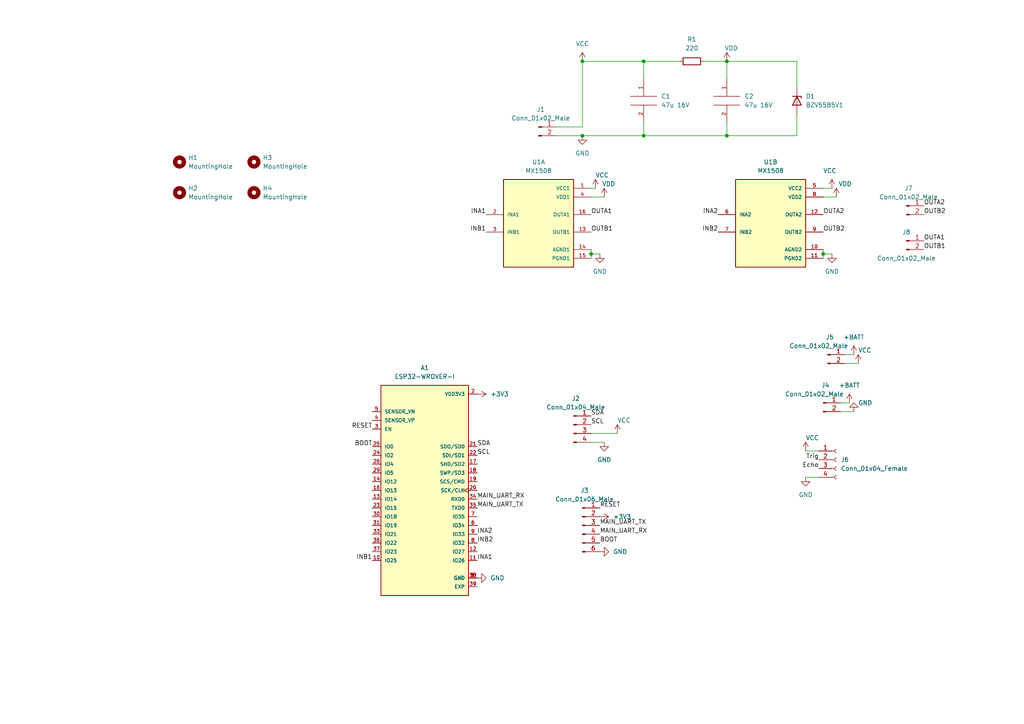
<source format=kicad_sch>
(kicad_sch (version 20211123) (generator eeschema)
  (paper "A4")
  (lib_symbols
    (symbol "Connector:Conn_01x02_Male" (pin_names (offset 1.016) hide)
      (property "Reference" "J" (at 0 2.54 0))
      (property "Value" "Conn_01x02_Male" (at 0 -5.08 0))
      (symbol "Conn_01x02_Male_1_1"
        (polyline (pts (xy 1.27 -2.54) (xy 0.8636 -2.54)) (stroke (width 0.1524)))
        (polyline (pts (xy 1.27 0) (xy 0.8636 0)) (stroke (width 0.1524)))
        (rectangle (start 0.8636 -2.413) (end 0 -2.667) (stroke (width 0.1524)) (fill (type outline)))
        (rectangle (start 0.8636 0.127) (end 0 -0.127) (stroke (width 0.1524)) (fill (type outline)))
        (pin passive line (at 5.08 0 180) (length 3.81) (name "Pin_1") (number "1"))
        (pin passive line (at 5.08 -2.54 180) (length 3.81) (name "Pin_2") (number "2"))
      )
    )
    (symbol "Connector:Conn_01x04_Female" (pin_names (offset 1.016) hide)
      (property "Reference" "J" (at 0 5.08 0))
      (property "Value" "Conn_01x04_Female" (at 0 -7.62 0))
      (symbol "Conn_01x04_Female_1_1"
        (arc (start 0 -4.572) (mid -0.508 -5.08) (end 0 -5.588) (stroke (width 0.1524)))
        (arc (start 0 -2.032) (mid -0.508 -2.54) (end 0 -3.048) (stroke (width 0.1524)))
        (polyline (pts (xy -1.27 -5.08) (xy -0.508 -5.08)) (stroke (width 0.1524)))
        (polyline (pts (xy -1.27 -2.54) (xy -0.508 -2.54)) (stroke (width 0.1524)))
        (polyline (pts (xy -1.27 0) (xy -0.508 0)) (stroke (width 0.1524)))
        (polyline (pts (xy -1.27 2.54) (xy -0.508 2.54)) (stroke (width 0.1524)))
        (arc (start 0 0.508) (mid -0.508 0) (end 0 -0.508) (stroke (width 0.1524)))
        (arc (start 0 3.048) (mid -0.508 2.54) (end 0 2.032) (stroke (width 0.1524)))
        (pin passive line (at -5.08 2.54 0) (length 3.81) (name "Pin_1") (number "1"))
        (pin passive line (at -5.08 0 0) (length 3.81) (name "Pin_2") (number "2"))
        (pin passive line (at -5.08 -2.54 0) (length 3.81) (name "Pin_3") (number "3"))
        (pin passive line (at -5.08 -5.08 0) (length 3.81) (name "Pin_4") (number "4"))
      )
    )
    (symbol "Connector:Conn_01x04_Male" (pin_names (offset 1.016) hide)
      (property "Reference" "J" (at 0 5.08 0))
      (property "Value" "Conn_01x04_Male" (at 0 -7.62 0))
      (symbol "Conn_01x04_Male_1_1"
        (polyline (pts (xy 1.27 -5.08) (xy 0.8636 -5.08)) (stroke (width 0.1524)))
        (polyline (pts (xy 1.27 -2.54) (xy 0.8636 -2.54)) (stroke (width 0.1524)))
        (polyline (pts (xy 1.27 0) (xy 0.8636 0)) (stroke (width 0.1524)))
        (polyline (pts (xy 1.27 2.54) (xy 0.8636 2.54)) (stroke (width 0.1524)))
        (rectangle (start 0.8636 -4.953) (end 0 -5.207) (stroke (width 0.1524)) (fill (type outline)))
        (rectangle (start 0.8636 -2.413) (end 0 -2.667) (stroke (width 0.1524)) (fill (type outline)))
        (rectangle (start 0.8636 0.127) (end 0 -0.127) (stroke (width 0.1524)) (fill (type outline)))
        (rectangle (start 0.8636 2.667) (end 0 2.413) (stroke (width 0.1524)) (fill (type outline)))
        (pin passive line (at 5.08 2.54 180) (length 3.81) (name "Pin_1") (number "1"))
        (pin passive line (at 5.08 0 180) (length 3.81) (name "Pin_2") (number "2"))
        (pin passive line (at 5.08 -2.54 180) (length 3.81) (name "Pin_3") (number "3"))
        (pin passive line (at 5.08 -5.08 180) (length 3.81) (name "Pin_4") (number "4"))
      )
    )
    (symbol "Connector:Conn_01x06_Male" (pin_names (offset 1.016) hide)
      (property "Reference" "J" (at 0 7.62 0))
      (property "Value" "Conn_01x06_Male" (at 0 -10.16 0))
      (symbol "Conn_01x06_Male_1_1"
        (polyline (pts (xy 1.27 -7.62) (xy 0.8636 -7.62)) (stroke (width 0.1524)))
        (polyline (pts (xy 1.27 -5.08) (xy 0.8636 -5.08)) (stroke (width 0.1524)))
        (polyline (pts (xy 1.27 -2.54) (xy 0.8636 -2.54)) (stroke (width 0.1524)))
        (polyline (pts (xy 1.27 0) (xy 0.8636 0)) (stroke (width 0.1524)))
        (polyline (pts (xy 1.27 2.54) (xy 0.8636 2.54)) (stroke (width 0.1524)))
        (polyline (pts (xy 1.27 5.08) (xy 0.8636 5.08)) (stroke (width 0.1524)))
        (rectangle (start 0.8636 -7.493) (end 0 -7.747) (stroke (width 0.1524)) (fill (type outline)))
        (rectangle (start 0.8636 -4.953) (end 0 -5.207) (stroke (width 0.1524)) (fill (type outline)))
        (rectangle (start 0.8636 -2.413) (end 0 -2.667) (stroke (width 0.1524)) (fill (type outline)))
        (rectangle (start 0.8636 0.127) (end 0 -0.127) (stroke (width 0.1524)) (fill (type outline)))
        (rectangle (start 0.8636 2.667) (end 0 2.413) (stroke (width 0.1524)) (fill (type outline)))
        (rectangle (start 0.8636 5.207) (end 0 4.953) (stroke (width 0.1524)) (fill (type outline)))
        (pin passive line (at 5.08 5.08 180) (length 3.81) (name "Pin_1") (number "1"))
        (pin passive line (at 5.08 2.54 180) (length 3.81) (name "Pin_2") (number "2"))
        (pin passive line (at 5.08 0 180) (length 3.81) (name "Pin_3") (number "3"))
        (pin passive line (at 5.08 -2.54 180) (length 3.81) (name "Pin_4") (number "4"))
        (pin passive line (at 5.08 -5.08 180) (length 3.81) (name "Pin_5") (number "5"))
        (pin passive line (at 5.08 -7.62 180) (length 3.81) (name "Pin_6") (number "6"))
      )
    )
    (symbol "Device:R" (pin_numbers hide) (pin_names (offset 0))
      (property "Reference" "R" (at 2.032 0 90))
      (property "Value" "R" (at 0 0 90))
      (symbol "R_0_1"
        (rectangle (start -1.016 -2.54) (end 1.016 2.54) (stroke (width 0.254)))
      )
      (symbol "R_1_1"
        (pin passive line (at 0 3.81 270) (length 1.27) (name "~") (number "1"))
        (pin passive line (at 0 -3.81 90) (length 1.27) (name "~") (number "2"))
      )
    )
    (symbol "Diode:BZV55B5V1" (pin_numbers hide) (pin_names (offset 1.016) hide)
      (property "Reference" "D" (at 0 2.54 0))
      (property "Value" "BZV55B5V1" (at 0 -2.54 0))
      (symbol "BZV55B5V1_0_1"
        (polyline (pts (xy 1.27 0) (xy -1.27 0)))
        (polyline (pts (xy -1.27 -1.27) (xy -1.27 1.27) (xy -0.762 1.27)) (stroke (width 0.254)))
        (polyline (pts (xy 1.27 -1.27) (xy 1.27 1.27) (xy -1.27 0) (xy 1.27 -1.27)) (stroke (width 0.254)))
      )
      (symbol "BZV55B5V1_1_1"
        (pin passive line (at -3.81 0 0) (length 2.54) (name "K") (number "1"))
        (pin passive line (at 3.81 0 180) (length 2.54) (name "A") (number "2"))
      )
    )
    (symbol "Mechanical:MountingHole" (pin_names (offset 1.016))
      (property "Reference" "H" (at 0 5.08 0))
      (property "Value" "MountingHole" (at 0 3.175 0))
      (symbol "MountingHole_0_1"
        (circle (center 0 0) (radius 1.27) (stroke (width 1.27)))
      )
    )
    (symbol "cube_robot:ESP32-WROVER-I" (pin_names (offset 1.016))
      (property "Reference" "A" (at -12.7254 30.5562 0))
      (property "Value" "ESP32-WROVER-I" (at -12.7254 -33.1216 0))
      (symbol "ESP32-WROVER-I_0_0"
        (rectangle (start -12.7 -30.48) (end 12.7 30.48) (stroke (width 0.254)) (fill (type background)))
        (pin power_in line (at 15.24 -25.4 180) (length 2.54) (name "GND") (number "1"))
        (pin bidirectional line (at -15.24 -20.32 0) (length 2.54) (name "IO25") (number "10"))
        (pin bidirectional line (at 15.24 -20.32 180) (length 2.54) (name "IO26") (number "11"))
        (pin bidirectional line (at 15.24 -17.78 180) (length 2.54) (name "IO27") (number "12"))
        (pin bidirectional line (at -15.24 -2.54 0) (length 2.54) (name "IO14") (number "13"))
        (pin bidirectional line (at -15.24 2.54 0) (length 2.54) (name "IO12") (number "14"))
        (pin power_in line (at 15.24 -25.4 180) (length 2.54) (name "GND") (number "15"))
        (pin bidirectional line (at -15.24 0 0) (length 2.54) (name "IO13") (number "16"))
        (pin bidirectional line (at 15.24 7.62 180) (length 2.54) (name "SHD/SD2") (number "17"))
        (pin bidirectional line (at 15.24 5.08 180) (length 2.54) (name "SWP/SD3") (number "18"))
        (pin bidirectional line (at 15.24 2.54 180) (length 2.54) (name "SCS/CMD") (number "19"))
        (pin power_in line (at 15.24 27.94 180) (length 2.54) (name "VDD3V3") (number "2"))
        (pin bidirectional clock (at 15.24 0 180) (length 2.54) (name "SCK/CLK") (number "20"))
        (pin bidirectional line (at 15.24 12.7 180) (length 2.54) (name "SDO/SD0") (number "21"))
        (pin bidirectional line (at 15.24 10.16 180) (length 2.54) (name "SDI/SD1") (number "22"))
        (pin bidirectional line (at -15.24 -5.08 0) (length 2.54) (name "IO15") (number "23"))
        (pin bidirectional line (at -15.24 10.16 0) (length 2.54) (name "IO2") (number "24"))
        (pin bidirectional line (at -15.24 12.7 0) (length 2.54) (name "IO0") (number "25"))
        (pin bidirectional line (at -15.24 7.62 0) (length 2.54) (name "IO4") (number "26"))
        (pin bidirectional line (at -15.24 5.08 0) (length 2.54) (name "IO5") (number "29"))
        (pin input line (at -15.24 17.78 0) (length 2.54) (name "EN") (number "3"))
        (pin bidirectional line (at -15.24 -7.62 0) (length 2.54) (name "IO18") (number "30"))
        (pin bidirectional line (at -15.24 -10.16 0) (length 2.54) (name "IO19") (number "31"))
        (pin bidirectional line (at -15.24 -12.7 0) (length 2.54) (name "IO21") (number "33"))
        (pin bidirectional line (at 15.24 -2.54 180) (length 2.54) (name "RXD0") (number "34"))
        (pin bidirectional line (at 15.24 -5.08 180) (length 2.54) (name "TXD0") (number "35"))
        (pin bidirectional line (at -15.24 -15.24 0) (length 2.54) (name "IO22") (number "36"))
        (pin bidirectional line (at -15.24 -17.78 0) (length 2.54) (name "IO23") (number "37"))
        (pin power_in line (at 15.24 -25.4 180) (length 2.54) (name "GND") (number "38"))
        (pin power_in line (at 15.24 -27.94 180) (length 2.54) (name "EXP") (number "39"))
        (pin input line (at -15.24 20.32 0) (length 2.54) (name "SENSOR_VP") (number "4"))
        (pin input line (at -15.24 22.86 0) (length 2.54) (name "SENSOR_VN") (number "5"))
        (pin input line (at 15.24 -10.16 180) (length 2.54) (name "IO34") (number "6"))
        (pin input line (at 15.24 -7.62 180) (length 2.54) (name "IO35") (number "7"))
        (pin bidirectional line (at 15.24 -15.24 180) (length 2.54) (name "IO32") (number "8"))
        (pin bidirectional line (at 15.24 -12.7 180) (length 2.54) (name "IO33") (number "9"))
      )
    )
    (symbol "cube_robot:MX1508" (pin_names (offset 1.016))
      (property "Reference" "U" (at -10.16 15.24 0))
      (property "Value" "MX1508" (at -10.16 -15.24 0))
      (symbol "MX1508_1_0"
        (rectangle (start -10.16 -12.7) (end 10.16 12.7) (stroke (width 0.254)) (fill (type background)))
        (pin power_in line (at 15.24 10.16 180) (length 5.08) (name "VCC1") (number "1"))
        (pin output line (at 15.24 -2.54 180) (length 5.08) (name "OUTB1") (number "13"))
        (pin power_in line (at 15.24 -7.62 180) (length 5.08) (name "AGND1") (number "14"))
        (pin power_in line (at 15.24 -10.16 180) (length 5.08) (name "PGND1") (number "15"))
        (pin output line (at 15.24 2.54 180) (length 5.08) (name "OUTA1") (number "16"))
        (pin input line (at -15.24 2.54 0) (length 5.08) (name "INA1") (number "2"))
        (pin input line (at -15.24 -2.54 0) (length 5.08) (name "INB1") (number "3"))
        (pin power_in line (at 15.24 7.62 180) (length 5.08) (name "VDD1") (number "4"))
      )
      (symbol "MX1508_2_0"
        (rectangle (start -10.16 -12.7) (end 10.16 12.7) (stroke (width 0.254)) (fill (type background)))
        (pin power_in line (at 15.24 -7.62 180) (length 5.08) (name "AGND2") (number "10"))
        (pin power_in line (at 15.24 -10.16 180) (length 5.08) (name "PGND2") (number "11"))
        (pin output line (at 15.24 2.54 180) (length 5.08) (name "OUTA2") (number "12"))
        (pin power_in line (at 15.24 10.16 180) (length 5.08) (name "VCC2") (number "5"))
        (pin input line (at -15.24 2.54 0) (length 5.08) (name "INA2") (number "6"))
        (pin input line (at -15.24 -2.54 0) (length 5.08) (name "INB2") (number "7"))
        (pin power_in line (at 15.24 7.62 180) (length 5.08) (name "VDD2") (number "8"))
        (pin output line (at 15.24 -2.54 180) (length 5.08) (name "OUTB2") (number "9"))
      )
    )
    (symbol "power:+3V3" (power) (pin_names (offset 0))
      (property "Value" "+3V3" (at 0 3.556 0))
      (symbol "+3V3_0_1"
        (polyline (pts (xy -0.762 1.27) (xy 0 2.54)))
        (polyline (pts (xy 0 0) (xy 0 2.54)))
        (polyline (pts (xy 0 2.54) (xy 0.762 1.27)))
      )
      (symbol "+3V3_1_1"
        (pin power_in line (at 0 0 90) (length 0) hide (name "+3V3") (number "1"))
      )
    )
    (symbol "power:+BATT" (power) (pin_names (offset 0))
      (property "Value" "+BATT" (at 0 3.556 0))
      (symbol "+BATT_0_1"
        (polyline (pts (xy -0.762 1.27) (xy 0 2.54)))
        (polyline (pts (xy 0 0) (xy 0 2.54)))
        (polyline (pts (xy 0 2.54) (xy 0.762 1.27)))
      )
      (symbol "+BATT_1_1"
        (pin power_in line (at 0 0 90) (length 0) hide (name "+BATT") (number "1"))
      )
    )
    (symbol "power:GND" (power) (pin_names (offset 0))
      (property "Value" "GND" (at 0 -3.81 0))
      (symbol "GND_0_1"
        (polyline (pts (xy 0 0) (xy 0 -1.27) (xy 1.27 -1.27) (xy 0 -2.54) (xy -1.27 -1.27) (xy 0 -1.27)))
      )
      (symbol "GND_1_1"
        (pin power_in line (at 0 0 270) (length 0) hide (name "GND") (number "1"))
      )
    )
    (symbol "power:VCC" (power) (pin_names (offset 0))
      (property "Value" "VCC" (at 0 3.81 0))
      (symbol "VCC_0_1"
        (polyline (pts (xy -0.762 1.27) (xy 0 2.54)))
        (polyline (pts (xy 0 0) (xy 0 2.54)))
        (polyline (pts (xy 0 2.54) (xy 0.762 1.27)))
      )
      (symbol "VCC_1_1"
        (pin power_in line (at 0 0 90) (length 0) hide (name "VCC") (number "1"))
      )
    )
    (symbol "power:VDD" (power) (pin_names (offset 0))
      (property "Value" "VDD" (at 0 3.81 0))
      (symbol "VDD_0_1"
        (polyline (pts (xy -0.762 1.27) (xy 0 2.54)))
        (polyline (pts (xy 0 0) (xy 0 2.54)))
        (polyline (pts (xy 0 2.54) (xy 0.762 1.27)))
      )
      (symbol "VDD_1_1"
        (pin power_in line (at 0 0 90) (length 0) hide (name "VDD") (number "1"))
      )
    )
    (symbol "pspice:CAP" (pin_names (offset 0.254))
      (property "Reference" "C" (at 2.54 3.81 90))
      (property "Value" "CAP" (at 2.54 -3.81 90))
      (symbol "CAP_0_1"
        (polyline (pts (xy -3.81 -1.27) (xy 3.81 -1.27)))
        (polyline (pts (xy -3.81 1.27) (xy 3.81 1.27)))
      )
      (symbol "CAP_1_1"
        (pin passive line (at 0 6.35 270) (length 5.08) (name "~") (number "1"))
        (pin passive line (at 0 -6.35 90) (length 5.08) (name "~") (number "2"))
      )
    )
  )
  (junction (at 171.45 73.66))
  (junction (at 168.91 17.78))
  (junction (at 186.69 39.37))
  (junction (at 210.82 17.78))
  (junction (at 168.91 39.37))
  (junction (at 186.69 17.78))
  (junction (at 210.82 39.37))
  (junction (at 238.76 73.66))
  (wire (pts (xy 168.91 17.78) (xy 168.91 36.83)))
  (wire (pts (xy 238.76 73.66) (xy 241.3 73.66)))
  (wire (pts (xy 161.29 39.37) (xy 168.91 39.37)))
  (wire (pts (xy 171.45 73.66) (xy 171.45 74.93)))
  (wire (pts (xy 175.26 128.27) (xy 171.45 128.27)))
  (wire (pts (xy 242.57 57.15) (xy 238.76 57.15)))
  (wire (pts (xy 247.65 119.38) (xy 243.84 119.38)))
  (wire (pts (xy 168.91 36.83) (xy 161.29 36.83)))
  (wire (pts (xy 179.07 125.73) (xy 171.45 125.73)))
  (wire (pts (xy 171.45 73.66) (xy 173.99 73.66)))
  (wire (pts (xy 204.47 17.78) (xy 210.82 17.78)))
  (wire (pts (xy 238.76 72.39) (xy 238.76 73.66)))
  (wire (pts (xy 186.69 22.86) (xy 186.69 17.78)))
  (wire (pts (xy 186.69 35.56) (xy 186.69 39.37)))
  (wire (pts (xy 233.68 138.43) (xy 237.49 138.43)))
  (wire (pts (xy 247.65 102.87) (xy 245.11 102.87)))
  (wire (pts (xy 231.14 33.02) (xy 231.14 39.37)))
  (wire (pts (xy 233.68 130.81) (xy 237.49 130.81)))
  (wire (pts (xy 231.14 17.78) (xy 231.14 25.4)))
  (wire (pts (xy 246.38 116.84) (xy 243.84 116.84)))
  (wire (pts (xy 186.69 39.37) (xy 210.82 39.37)))
  (wire (pts (xy 241.3 54.61) (xy 238.76 54.61)))
  (wire (pts (xy 210.82 39.37) (xy 210.82 35.56)))
  (wire (pts (xy 168.91 39.37) (xy 186.69 39.37)))
  (wire (pts (xy 171.45 72.39) (xy 171.45 73.66)))
  (wire (pts (xy 210.82 17.78) (xy 231.14 17.78)))
  (wire (pts (xy 210.82 17.78) (xy 210.82 22.86)))
  (wire (pts (xy 238.76 73.66) (xy 238.76 74.93)))
  (wire (pts (xy 172.72 54.61) (xy 171.45 54.61)))
  (wire (pts (xy 171.45 57.15) (xy 175.26 57.15)))
  (wire (pts (xy 248.92 105.41) (xy 245.11 105.41)))
  (wire (pts (xy 231.14 39.37) (xy 210.82 39.37)))
  (wire (pts (xy 186.69 17.78) (xy 168.91 17.78)))
  (wire (pts (xy 186.69 17.78) (xy 196.85 17.78)))
  (label "BOOT" (at 107.95 129.54 180))
  (label "OUTB2" (at 238.76 67.31 0))
  (label "RESET" (at 107.95 124.46 180))
  (label "INA1" (at 140.97 62.23 180))
  (label "OUTA2" (at 238.76 62.23 0))
  (label "INA1" (at 138.43 162.56 0))
  (label "BOOT" (at 173.99 157.48 0))
  (label "OUTA2" (at 267.97 59.69 0))
  (label "OUTA1" (at 267.97 69.85 0))
  (label "MAIN_UART_RX" (at 138.43 144.78 0))
  (label "OUTB1" (at 267.97 72.39 0))
  (label "INA2" (at 208.28 62.23 180))
  (label "INA2" (at 138.43 154.94 0))
  (label "INB1" (at 140.97 67.31 180))
  (label "OUTB1" (at 171.45 67.31 0))
  (label "INB2" (at 208.28 67.31 180))
  (label "SDA" (at 171.45 120.65 0))
  (label "INB1" (at 107.95 162.56 180))
  (label "SDA" (at 138.43 129.54 0))
  (label "MAIN_UART_TX" (at 138.43 147.32 0))
  (label "Echo" (at 237.49 135.89 180))
  (label "SCL" (at 171.45 123.19 0))
  (label "OUTA1" (at 171.45 62.23 0))
  (label "INB2" (at 138.43 157.48 0))
  (label "MAIN_UART_RX" (at 173.99 154.94 0))
  (label "OUTB2" (at 267.97 62.23 0))
  (label "Trig" (at 237.49 133.35 180))
  (label "MAIN_UART_TX" (at 173.99 152.4 0))
  (label "RESET" (at 173.99 147.32 0))
  (label "SCL" (at 138.43 132.08 0))
  (symbol (lib_id "cube_robot:MX1508") (at 223.52 64.77 0) (unit 2)
    (property "Reference" "U1" (at 223.52 46.99 0))
    (property "Value" "MX1508" (at 223.52 49.53 0))
    (property "Footprint" "cube_robot:SOIC127P600X177-16N" (effects hide))
    (property "MANUFACTURER" "Shenzhen Guanghui Electronics" (effects hide))
    (property "MAXIMUM_PACKAGE_HEIGHT" "1.77mm" (effects hide))
    (property "STANDARD" "IPC-7351B" (effects hide))
  )
  (symbol (lib_id "Mechanical:MountingHole") (at 52.07 46.99 0) (unit 1)
    (property "Reference" "H1" (at 54.61 45.7199 0) (effects (justify left)))
    (property "Value" "MountingHole" (at 54.61 48.2599 0) (effects (justify left)))
    (property "Footprint" "MountingHole:MountingHole_2.2mm_M2_Pad_Via" (effects hide))
  )
  (symbol (lib_id "Diode:BZV55B5V1") (at 231.14 29.21 270) (unit 1)
    (property "Reference" "D1" (at 233.68 27.9399 90) (effects (justify left)))
    (property "Value" "BZV55B5V1" (at 233.68 30.4799 90) (effects (justify left)))
    (property "Footprint" "Diode_SMD:D_1206_3216Metric_Pad1.42x1.75mm_HandSolder" (effects hide))
    (property "Datasheet" "https://assets.nexperia.com/documents/data-sheet/BZV55_SER.pdf" (effects hide))
  )
  (symbol (lib_id "cube_robot:ESP32-WROVER-I") (at 123.19 142.24 0) (unit 1)
    (property "Reference" "A1" (at 123.19 106.68 0))
    (property "Value" "ESP32-WROVER-I" (at 123.19 109.22 0))
    (property "Footprint" "cube_robot:XCVR_ESP32-WROVER" (effects hide))
    (property "MP" "ESP32-WROVER-I" (effects hide))
    (property "PACKAGE" "Module Espressif Systems" (effects hide))
    (property "DIGI-KEY_PURCHASE_URL" "https://www.digikey.com/product-detail/en/espressif-systems/ESP32-WROVER-I/1904-1008-1-ND/8544303?utm_source=snapeda&utm_medium=aggregator&utm_campaign=symbol" (effects hide))
    (property "DESCRIPTION" "Module: combo; GPIO, I2C x2, I2S x2, SDIO, SPI x3, UART x3; U.FL" (effects hide))
    (property "DIGI-KEY_PART_NUMBER" "1904-1008-1-ND" (effects hide))
    (property "MF" "Espressif Systems" (effects hide))
  )
  (symbol (lib_id "Device:R") (at 200.66 17.78 90) (unit 1)
    (property "Reference" "R1" (at 200.66 11.43 90))
    (property "Value" "220" (at 200.66 13.97 90))
    (property "Footprint" "Resistor_SMD:R_0603_1608Metric_Pad0.98x0.95mm_HandSolder" (effects hide))
  )
  (symbol (lib_id "power:GND") (at 138.43 167.64 90) (unit 1)
    (property "Reference" "#PWR0116" (effects hide))
    (property "Value" "GND" (at 142.24 167.6399 90) (effects (justify right)))
  )
  (symbol (lib_id "Connector:Conn_01x02_Male") (at 156.21 36.83 0) (unit 1)
    (property "Reference" "J1" (at 156.845 31.75 0))
    (property "Value" "Conn_01x02_Male" (at 156.845 34.29 0))
    (property "Footprint" "Connector_PinHeader_2.54mm:PinHeader_1x02_P2.54mm_Vertical" (effects hide))
  )
  (symbol (lib_id "Connector:Conn_01x04_Male") (at 166.37 123.19 0) (unit 1)
    (property "Reference" "J2" (at 167.005 115.57 0))
    (property "Value" "Conn_01x04_Male" (at 167.005 118.11 0))
    (property "Footprint" "Connector_PinHeader_2.54mm:PinHeader_1x04_P2.54mm_Vertical" (effects hide))
  )
  (symbol (lib_id "power:VDD") (at 210.82 17.78 0) (unit 1)
    (property "Reference" "#PWR0115" (effects hide))
    (property "Value" "VDD" (at 212.09 13.97 0))
  )
  (symbol (lib_id "power:GND") (at 241.3 73.66 0) (unit 1)
    (property "Reference" "#PWR0101" (effects hide))
    (property "Value" "GND" (at 241.3 78.74 0))
  )
  (symbol (lib_id "Mechanical:MountingHole") (at 73.66 46.99 0) (unit 1)
    (property "Reference" "H3" (at 76.2 45.7199 0) (effects (justify left)))
    (property "Value" "MountingHole" (at 76.2 48.2599 0) (effects (justify left)))
    (property "Footprint" "MountingHole:MountingHole_2.2mm_M2_Pad_Via" (effects hide))
  )
  (symbol (lib_id "Mechanical:MountingHole") (at 73.66 55.88 0) (unit 1)
    (property "Reference" "H4" (at 76.2 54.6099 0) (effects (justify left)))
    (property "Value" "MountingHole" (at 76.2 57.1499 0) (effects (justify left)))
    (property "Footprint" "MountingHole:MountingHole_2.2mm_M2_Pad_Via" (effects hide))
  )
  (symbol (lib_id "Connector:Conn_01x02_Male") (at 240.03 102.87 0) (unit 1)
    (property "Reference" "J5" (at 240.665 97.79 0))
    (property "Value" "Conn_01x02_Male" (at 237.49 100.33 0))
    (property "Footprint" "Connector_PinHeader_2.54mm:PinHeader_1x02_P2.54mm_Vertical" (effects hide))
  )
  (symbol (lib_id "Connector:Conn_01x02_Male") (at 238.76 116.84 0) (unit 1)
    (property "Reference" "J4" (at 239.395 111.76 0))
    (property "Value" "Conn_01x02_Male" (at 236.22 114.3 0))
    (property "Footprint" "Connector_PinHeader_2.54mm:PinHeader_1x02_P2.54mm_Vertical" (effects hide))
  )
  (symbol (lib_id "power:VCC") (at 241.3 54.61 0) (unit 1)
    (property "Reference" "#PWR0105" (effects hide))
    (property "Value" "VCC" (at 238.76 49.53 0) (effects (justify left)))
  )
  (symbol (lib_id "power:GND") (at 175.26 128.27 0) (unit 1)
    (property "Reference" "#PWR0118" (effects hide))
    (property "Value" "GND" (at 175.26 133.35 0))
  )
  (symbol (lib_id "Connector:Conn_01x02_Male") (at 262.89 59.69 0) (unit 1)
    (property "Reference" "J7" (at 263.525 54.61 0))
    (property "Value" "Conn_01x02_Male" (at 263.525 57.15 0))
    (property "Footprint" "Connector_PinHeader_2.54mm:PinHeader_1x02_P2.54mm_Vertical" (effects hide))
  )
  (symbol (lib_id "Connector:Conn_01x04_Female") (at 242.57 133.35 0) (unit 1)
    (property "Reference" "J6" (at 243.84 133.3499 0) (effects (justify left)))
    (property "Value" "Conn_01x04_Female" (at 243.84 135.8899 0) (effects (justify left)))
    (property "Footprint" "Connector_PinHeader_2.54mm:PinHeader_1x04_P2.54mm_Vertical" (effects hide))
  )
  (symbol (lib_id "power:VCC") (at 248.92 105.41 0) (unit 1)
    (property "Reference" "#PWR0102" (effects hide))
    (property "Value" "VCC" (at 248.9199 101.6 0) (effects (justify left)))
  )
  (symbol (lib_id "power:VDD") (at 175.26 57.15 0) (unit 1)
    (property "Reference" "#PWR0112" (effects hide))
    (property "Value" "VDD" (at 176.53 53.34 0))
  )
  (symbol (lib_id "power:GND") (at 168.91 39.37 0) (unit 1)
    (property "Reference" "#PWR0110" (effects hide))
    (property "Value" "GND" (at 168.91 44.45 0))
  )
  (symbol (lib_id "power:GND") (at 247.65 119.38 180) (unit 1)
    (property "Reference" "#PWR0108" (effects hide))
    (property "Value" "GND" (at 248.92 116.84 0) (effects (justify right)))
  )
  (symbol (lib_id "power:VCC") (at 179.07 125.73 0) (unit 1)
    (property "Reference" "#PWR0119" (effects hide))
    (property "Value" "VCC" (at 179.0699 121.92 0) (effects (justify left)))
  )
  (symbol (lib_id "power:VCC") (at 233.68 130.81 0) (unit 1)
    (property "Reference" "#PWR0107" (effects hide))
    (property "Value" "VCC" (at 233.6799 127 0) (effects (justify left)))
  )
  (symbol (lib_id "power:GND") (at 173.99 160.02 90) (unit 1)
    (property "Reference" "#PWR0121" (effects hide))
    (property "Value" "GND" (at 177.8 160.0199 90) (effects (justify right)))
  )
  (symbol (lib_id "cube_robot:MX1508") (at 156.21 64.77 0) (unit 1)
    (property "Reference" "U1" (at 156.21 46.99 0))
    (property "Value" "MX1508" (at 156.21 49.53 0))
    (property "Footprint" "cube_robot:SOIC127P600X177-16N" (effects hide))
    (property "MANUFACTURER" "Shenzhen Guanghui Electronics" (effects hide))
    (property "MAXIMUM_PACKAGE_HEIGHT" "1.77mm" (effects hide))
    (property "STANDARD" "IPC-7351B" (effects hide))
  )
  (symbol (lib_id "power:VCC") (at 172.72 54.61 0) (unit 1)
    (property "Reference" "#PWR0111" (effects hide))
    (property "Value" "VCC" (at 172.7199 50.8 0) (effects (justify left)))
  )
  (symbol (lib_id "power:GND") (at 233.68 138.43 0) (unit 1)
    (property "Reference" "#PWR0106" (effects hide))
    (property "Value" "GND" (at 233.68 143.51 0))
  )
  (symbol (lib_id "Connector:Conn_01x02_Male") (at 262.89 69.85 0) (unit 1)
    (property "Reference" "J8" (at 262.89 67.31 0))
    (property "Value" "Conn_01x02_Male" (at 262.89 74.93 0))
    (property "Footprint" "Connector_PinHeader_2.54mm:PinHeader_1x02_P2.54mm_Vertical" (effects hide))
  )
  (symbol (lib_id "power:GND") (at 173.99 73.66 0) (unit 1)
    (property "Reference" "#PWR0113" (effects hide))
    (property "Value" "GND" (at 173.99 78.74 0))
  )
  (symbol (lib_id "Connector:Conn_01x06_Male") (at 168.91 152.4 0) (unit 1)
    (property "Reference" "J3" (at 169.545 142.24 0))
    (property "Value" "Conn_01x06_Male" (at 169.545 144.78 0))
    (property "Footprint" "Connector_PinHeader_2.54mm:PinHeader_1x06_P2.54mm_Vertical" (effects hide))
  )
  (symbol (lib_id "power:+3V3") (at 138.43 114.3 270) (unit 1)
    (property "Reference" "#PWR0117" (effects hide))
    (property "Value" "+3V3" (at 142.24 114.3 90) (effects (justify left)))
  )
  (symbol (lib_id "power:VDD") (at 242.57 57.15 0) (unit 1)
    (property "Reference" "#PWR0104" (effects hide))
    (property "Value" "VDD" (at 245.11 53.34 0))
  )
  (symbol (lib_id "power:+3V3") (at 173.99 149.86 270) (unit 1)
    (property "Reference" "#PWR0120" (effects hide))
    (property "Value" "+3V3" (at 177.8 149.86 90) (effects (justify left)))
  )
  (symbol (lib_id "Mechanical:MountingHole") (at 52.07 55.88 0) (unit 1)
    (property "Reference" "H2" (at 54.61 54.6099 0) (effects (justify left)))
    (property "Value" "MountingHole" (at 54.61 57.1499 0) (effects (justify left)))
    (property "Footprint" "MountingHole:MountingHole_2.2mm_M2_Pad_Via" (effects hide))
  )
  (symbol (lib_id "power:VCC") (at 168.91 17.78 0) (unit 1)
    (property "Reference" "#PWR0114" (effects hide))
    (property "Value" "VCC" (at 168.91 12.7 0))
  )
  (symbol (lib_id "pspice:CAP") (at 186.69 29.21 0) (unit 1)
    (property "Reference" "C1" (at 191.77 27.9399 0) (effects (justify left)))
    (property "Value" "47u 16V" (at 191.77 30.4799 0) (effects (justify left)))
    (property "Footprint" "Capacitor_SMD:CP_Elec_6.3x5.2" (effects hide))
  )
  (symbol (lib_id "power:+BATT") (at 246.38 116.84 0) (unit 1)
    (property "Reference" "#PWR0109" (effects hide))
    (property "Value" "+BATT" (at 246.38 111.76 0))
  )
  (symbol (lib_id "pspice:CAP") (at 210.82 29.21 0) (unit 1)
    (property "Reference" "C2" (at 215.9 27.9399 0) (effects (justify left)))
    (property "Value" "47u 16V" (at 215.9 30.4799 0) (effects (justify left)))
    (property "Footprint" "Capacitor_SMD:CP_Elec_6.3x5.2" (effects hide))
  )
  (symbol (lib_id "power:+BATT") (at 247.65 102.87 0) (unit 1)
    (property "Reference" "#PWR0103" (effects hide))
    (property "Value" "+BATT" (at 247.65 97.79 0))
  )
)
</source>
